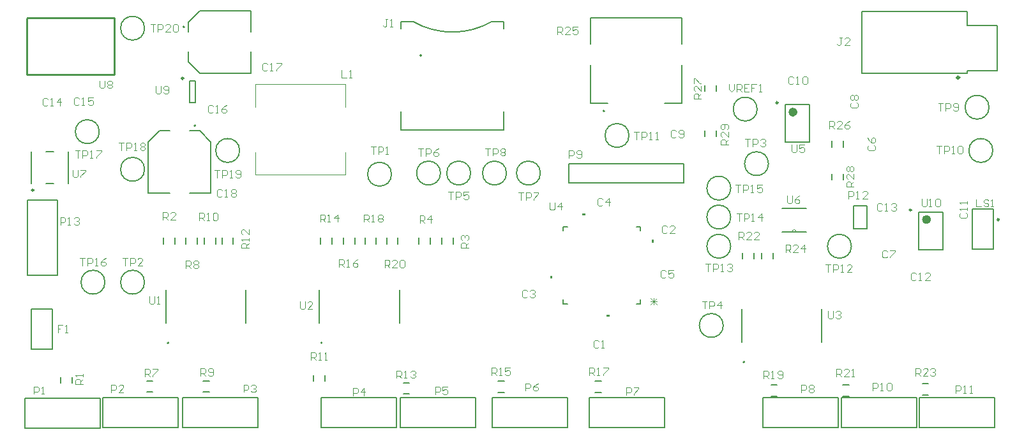
<source format=gbr>
%TF.GenerationSoftware,Altium Limited,Altium Designer,22.7.1 (60)*%
G04 Layer_Color=65535*
%FSLAX43Y43*%
%MOMM*%
%TF.SameCoordinates,1608F762-6F3A-48E5-B14A-7665CB884DB8*%
%TF.FilePolarity,Positive*%
%TF.FileFunction,Legend,Top*%
%TF.Part,Single*%
G01*
G75*
%TA.AperFunction,NonConductor*%
%ADD47C,0.254*%
%ADD48C,0.600*%
%ADD49C,0.250*%
%ADD50C,0.200*%
%ADD51C,0.000*%
%ADD52C,0.340*%
%ADD53C,0.152*%
%ADD54C,0.127*%
%ADD55C,0.100*%
%ADD56C,0.076*%
G36*
X70896Y20209D02*
X70642D01*
Y20590D01*
X70896D01*
Y20209D01*
D02*
G37*
G36*
X74910Y28604D02*
X75290D01*
Y28858D01*
X74910D01*
Y28604D01*
D02*
G37*
G36*
X78109Y15396D02*
X78491D01*
Y15142D01*
X78109D01*
Y15396D01*
D02*
G37*
G36*
X84104Y25010D02*
X84358D01*
Y25390D01*
X84104D01*
Y25010D01*
D02*
G37*
D47*
X1200Y54800D02*
X1300Y54900D01*
X12800Y47350D02*
Y54900D01*
X1200Y47350D02*
Y54800D01*
X12800Y47350D02*
Y54900D01*
X1200Y47350D02*
X12800D01*
X1200D02*
X12800D01*
X1200Y54800D02*
X1300Y54900D01*
X12800D01*
X1300D02*
X12800D01*
X1200Y47350D02*
Y54800D01*
D48*
X120843Y28075D02*
G03*
X120843Y28075I-300J0D01*
G01*
X103134Y42350D02*
G03*
X103134Y42350I-300J0D01*
G01*
D49*
X118543Y29330D02*
G03*
X118543Y29330I-125J0D01*
G01*
X130162Y28054D02*
G03*
X130162Y28054I-125J0D01*
G01*
X100834Y43605D02*
G03*
X100834Y43605I-125J0D01*
G01*
X2125Y31975D02*
G03*
X2125Y31975I-125J0D01*
G01*
X22015Y46850D02*
G03*
X22015Y46850I-125J0D01*
G01*
D50*
X93585Y14000D02*
G03*
X93585Y14000I-1585J0D01*
G01*
X98085Y42750D02*
G03*
X98085Y42750I-1585J0D01*
G01*
X77840Y42500D02*
G03*
X77840Y42500I-100J0D01*
G01*
X53575Y49875D02*
G03*
X53575Y49875I-100J0D01*
G01*
X52449Y54386D02*
G03*
X62901Y54386I5226J9052D01*
G01*
X40394Y11685D02*
G03*
X40394Y11685I-100J0D01*
G01*
X96420Y9130D02*
G03*
X96420Y9130I-100J0D01*
G01*
X16835Y34750D02*
G03*
X16835Y34750I-1585J0D01*
G01*
X128835Y43000D02*
G03*
X128835Y43000I-1585J0D01*
G01*
X23600Y40550D02*
G03*
X23600Y40550I-100J0D01*
G01*
X16835Y53500D02*
G03*
X16835Y53500I-1585J0D01*
G01*
X81085Y39250D02*
G03*
X81085Y39250I-1585J0D01*
G01*
X22130Y53670D02*
G03*
X22130Y53670I-100J0D01*
G01*
X56085Y34250D02*
G03*
X56085Y34250I-1585J0D01*
G01*
X60085D02*
G03*
X60085Y34250I-1585J0D01*
G01*
X64835D02*
G03*
X64835Y34250I-1585J0D01*
G01*
X69335Y34250D02*
G03*
X69335Y34250I-1585J0D01*
G01*
X99585Y35500D02*
G03*
X99585Y35500I-1585J0D01*
G01*
X129335Y37250D02*
G03*
X129335Y37250I-1585J0D01*
G01*
X110585Y24527D02*
G03*
X110585Y24527I-1585J0D01*
G01*
X10835Y39750D02*
G03*
X10835Y39750I-1585J0D01*
G01*
X16835Y19750D02*
G03*
X16835Y19750I-1585J0D01*
G01*
X94585Y32250D02*
G03*
X94585Y32250I-1585J0D01*
G01*
Y28407D02*
G03*
X94585Y28407I-1585J0D01*
G01*
Y24527D02*
G03*
X94585Y24527I-1585J0D01*
G01*
X11585Y19750D02*
G03*
X11585Y19750I-1585J0D01*
G01*
X29450Y37250D02*
G03*
X29450Y37250I-1585J0D01*
G01*
X20055Y11685D02*
G03*
X20055Y11685I-100J0D01*
G01*
X49591Y34099D02*
G03*
X49591Y34099I-1585J0D01*
G01*
X110850Y26850D02*
X112650D01*
Y29920D01*
X110850D02*
X112650D01*
X110850Y26850D02*
Y29920D01*
X119543Y24075D02*
X122743D01*
X119543Y29075D02*
X122743D01*
Y24075D02*
Y29075D01*
X119543Y24075D02*
Y29075D01*
X50875Y53450D02*
Y54400D01*
X64475Y39950D02*
Y42450D01*
X62925Y54400D02*
X64475D01*
Y53450D02*
Y54400D01*
X50875Y39950D02*
X64475D01*
X50875Y54400D02*
X52425D01*
X50875Y39950D02*
Y42450D01*
X97670Y22850D02*
Y23650D01*
X96170Y22850D02*
Y23650D01*
X100210Y22850D02*
Y23650D01*
X98710Y22850D02*
Y23650D01*
X120000Y6275D02*
X120800D01*
X120000Y4775D02*
X120800D01*
X109455Y6084D02*
X110255D01*
X109455Y4584D02*
X110255D01*
X1850Y10850D02*
Y16150D01*
X4650Y10850D02*
Y16150D01*
X1850D02*
X4650D01*
X1850Y10850D02*
X4650D01*
X126587Y24114D02*
Y29454D01*
X129387Y24114D02*
Y29454D01*
X126587Y24114D02*
X129387D01*
X126587Y29454D02*
X129387D01*
X88390Y32980D02*
Y35520D01*
X73150Y32980D02*
Y35520D01*
X88390D01*
X73150Y32980D02*
X88390D01*
X92684Y39100D02*
Y39900D01*
X91184Y39100D02*
Y39900D01*
X101834Y38350D02*
X105034D01*
X101834Y43350D02*
X105034D01*
Y38350D02*
Y43350D01*
X101834Y38350D02*
Y43350D01*
X1800Y32900D02*
Y37100D01*
X6700Y32900D02*
Y37100D01*
X3750Y32900D02*
X4750D01*
X3750Y37100D02*
X4750D01*
X22815Y46525D02*
X23615D01*
X22815Y43625D02*
X23615D01*
X22815D02*
Y46525D01*
X23615Y43625D02*
Y46525D01*
X108002Y33350D02*
Y34150D01*
X109502Y33350D02*
Y34150D01*
X51162Y4885D02*
X51962D01*
X51162Y6385D02*
X51962D01*
X63735Y5092D02*
X64535D01*
X63735Y6592D02*
X64535D01*
X76600Y5092D02*
X77400D01*
X76600Y6592D02*
X77400D01*
X48945Y24854D02*
Y25654D01*
X50445Y24854D02*
Y25654D01*
X46080Y24850D02*
Y25650D01*
X47580Y24850D02*
Y25650D01*
X108002Y37700D02*
Y38500D01*
X109502Y37700D02*
Y38500D01*
X91184Y45100D02*
Y45900D01*
X92684Y45100D02*
Y45900D01*
X57750Y24854D02*
Y25654D01*
X56250Y24854D02*
Y25654D01*
X54750Y24854D02*
Y25654D01*
X53250Y24854D02*
Y25654D01*
X19353Y24854D02*
Y25654D01*
X20853Y24854D02*
Y25654D01*
X22345Y24850D02*
Y25650D01*
X23845Y24850D02*
Y25650D01*
X43230Y24854D02*
Y25654D01*
X44730Y24854D02*
Y25654D01*
X40195Y24854D02*
Y25654D01*
X41695Y24854D02*
Y25654D01*
X27115Y24854D02*
Y25654D01*
X28615Y24854D02*
Y25654D01*
X24750Y24854D02*
Y25654D01*
X26250Y24854D02*
Y25654D01*
X99950Y4584D02*
X100750D01*
X99950Y6084D02*
X100750D01*
X5727Y6331D02*
Y7131D01*
X7227Y6331D02*
Y7131D01*
X17126Y6639D02*
X17926D01*
X17126Y5139D02*
X17926D01*
X24619Y6639D02*
X25419D01*
X24619Y5139D02*
X25419D01*
X39255Y6585D02*
Y7385D01*
X40755Y6585D02*
Y7385D01*
D51*
X103305Y26400D02*
G03*
X102695Y26400I-305J0D01*
G01*
D52*
X124920Y46950D02*
G03*
X124920Y46950I-170J0D01*
G01*
D53*
X82087Y16869D02*
X82631D01*
X82087Y27131D02*
X82631D01*
X72369Y26587D02*
Y27131D01*
Y16869D02*
X72913D01*
X82631D02*
Y17413D01*
Y26587D02*
Y27131D01*
X72369D02*
X72913D01*
X72369Y16869D02*
Y17413D01*
X101400Y29600D02*
X104600D01*
X101400Y26400D02*
X102695D01*
X103305D01*
X104600D01*
D54*
X62945Y413D02*
Y4413D01*
X72945D01*
Y413D02*
Y4413D01*
X62945Y413D02*
X72945D01*
X75800D02*
X85800D01*
Y4413D01*
X75800D02*
X85800D01*
X75800Y413D02*
Y4413D01*
X98819Y413D02*
Y4413D01*
X108819D01*
Y413D02*
Y4413D01*
X98819Y413D02*
X108819D01*
X119587D02*
Y4413D01*
X129587D01*
Y413D02*
Y4413D01*
X119587Y413D02*
X129587D01*
X109231D02*
X119231D01*
Y4413D01*
X109231D02*
X119231D01*
X109231Y413D02*
Y4413D01*
X75990Y51400D02*
Y54850D01*
Y43500D02*
Y48600D01*
Y43500D02*
X78290D01*
X85790D02*
X88090D01*
Y48600D01*
Y51400D02*
Y54850D01*
X75990D02*
X88090D01*
X969Y365D02*
X10969D01*
Y4365D01*
X969D02*
X10969D01*
X969Y365D02*
Y4365D01*
X11296Y413D02*
Y4413D01*
X21296D01*
Y413D02*
Y4413D01*
X11296Y413D02*
X21296D01*
X21865D02*
X31865D01*
Y4413D01*
X21865D02*
X31865D01*
X21865Y413D02*
Y4413D01*
X40275Y413D02*
Y4413D01*
X50275D01*
Y413D02*
Y4413D01*
X40275Y413D02*
X50275D01*
X50753D02*
X60753D01*
Y4413D01*
X50753D02*
X60753D01*
X50753Y413D02*
Y4413D01*
X1300Y20700D02*
Y30700D01*
X5300D01*
Y20700D02*
Y30700D01*
X1300Y20700D02*
X5300D01*
X40039Y14300D02*
Y18700D01*
X50639Y14300D02*
Y18700D01*
X96065Y11745D02*
Y16145D01*
X106665Y11745D02*
Y16145D01*
X111950Y47550D02*
X125950D01*
X111950D02*
Y55750D01*
X125950D01*
Y53850D02*
Y55750D01*
Y53850D02*
X129950D01*
Y47850D02*
Y53850D01*
X125950Y47850D02*
X129950D01*
X125950Y47550D02*
Y47850D01*
X17350Y38400D02*
X18850Y39900D01*
X17350Y31600D02*
Y38400D01*
X25650Y31600D02*
Y38400D01*
X24150Y39900D02*
X25650Y38400D01*
X22820Y39900D02*
X24150D01*
X18850D02*
X20180D01*
X22820Y31600D02*
X25650D01*
X17350D02*
X20180D01*
X30980Y47520D02*
Y50350D01*
Y52990D02*
Y55820D01*
X22680Y49020D02*
Y50350D01*
Y52990D02*
Y54320D01*
X24180Y55820D01*
X30980D01*
X24180Y47520D02*
X30980D01*
X22680Y49020D02*
X24180Y47520D01*
X30300Y14300D02*
Y18700D01*
X19700Y14300D02*
Y18700D01*
D55*
X31500Y43050D02*
Y46050D01*
X43500D01*
Y43050D02*
Y46050D01*
Y34050D02*
Y37050D01*
X31500Y34050D02*
X43500D01*
X31500D02*
Y37050D01*
X70567Y30350D02*
Y29517D01*
X70734Y29350D01*
X71067D01*
X71233Y29517D01*
Y30350D01*
X72066Y29350D02*
Y30350D01*
X71567Y29850D01*
X72233D01*
X110200Y30825D02*
Y31825D01*
X110700D01*
X110867Y31658D01*
Y31325D01*
X110700Y31158D01*
X110200D01*
X111200Y30825D02*
X111533D01*
X111367D01*
Y31825D01*
X111200Y31658D01*
X112700Y30825D02*
X112033D01*
X112700Y31492D01*
Y31658D01*
X112533Y31825D01*
X112200D01*
X112033Y31658D01*
X119900Y30800D02*
Y29967D01*
X120067Y29800D01*
X120400D01*
X120567Y29967D01*
Y30800D01*
X120900Y29800D02*
X121233D01*
X121067D01*
Y30800D01*
X120900Y30633D01*
X121733D02*
X121900Y30800D01*
X122233D01*
X122400Y30633D01*
Y29967D01*
X122233Y29800D01*
X121900D01*
X121733Y29967D01*
Y30633D01*
X77090Y11831D02*
X76924Y11998D01*
X76591D01*
X76424Y11831D01*
Y11165D01*
X76591Y10998D01*
X76924D01*
X77090Y11165D01*
X77424Y10998D02*
X77757D01*
X77590D01*
Y11998D01*
X77424Y11831D01*
X67583Y18541D02*
X67417Y18708D01*
X67084D01*
X66917Y18541D01*
Y17875D01*
X67084Y17708D01*
X67417D01*
X67583Y17875D01*
X67917Y18541D02*
X68083Y18708D01*
X68416D01*
X68583Y18541D01*
Y18375D01*
X68416Y18208D01*
X68250D01*
X68416D01*
X68583Y18041D01*
Y17875D01*
X68416Y17708D01*
X68083D01*
X67917Y17875D01*
X67348Y5317D02*
Y6317D01*
X67848D01*
X68015Y6150D01*
Y5817D01*
X67848Y5650D01*
X67348D01*
X69014Y6317D02*
X68681Y6150D01*
X68348Y5817D01*
Y5484D01*
X68514Y5317D01*
X68848D01*
X69014Y5484D01*
Y5650D01*
X68848Y5817D01*
X68348D01*
X80708Y4755D02*
Y5754D01*
X81207D01*
X81374Y5588D01*
Y5254D01*
X81207Y5088D01*
X80708D01*
X81707Y5754D02*
X82374D01*
Y5588D01*
X81707Y4921D01*
Y4755D01*
X103932Y5134D02*
Y6134D01*
X104432D01*
X104598Y5967D01*
Y5634D01*
X104432Y5467D01*
X103932D01*
X104932Y5967D02*
X105098Y6134D01*
X105431D01*
X105598Y5967D01*
Y5801D01*
X105431Y5634D01*
X105598Y5467D01*
Y5301D01*
X105431Y5134D01*
X105098D01*
X104932Y5301D01*
Y5467D01*
X105098Y5634D01*
X104932Y5801D01*
Y5967D01*
X105098Y5634D02*
X105431D01*
X124414Y5025D02*
Y6025D01*
X124913D01*
X125080Y5858D01*
Y5525D01*
X124913Y5358D01*
X124414D01*
X125413Y5025D02*
X125747D01*
X125580D01*
Y6025D01*
X125413Y5858D01*
X126246Y5025D02*
X126580D01*
X126413D01*
Y6025D01*
X126246Y5858D01*
X113425Y5345D02*
Y6345D01*
X113924D01*
X114091Y6178D01*
Y5845D01*
X113924Y5678D01*
X113425D01*
X114424Y5345D02*
X114758D01*
X114591D01*
Y6345D01*
X114424Y6178D01*
X115257D02*
X115424Y6345D01*
X115757D01*
X115924Y6178D01*
Y5512D01*
X115757Y5345D01*
X115424D01*
X115257Y5512D01*
Y6178D01*
X90767Y17231D02*
X91434D01*
X91100D01*
Y16232D01*
X91767D02*
Y17231D01*
X92267D01*
X92433Y17065D01*
Y16731D01*
X92267Y16565D01*
X91767D01*
X93266Y16232D02*
Y17231D01*
X92766Y16731D01*
X93433D01*
X110592Y43608D02*
X110425Y43442D01*
Y43109D01*
X110592Y42942D01*
X111258D01*
X111425Y43109D01*
Y43442D01*
X111258Y43608D01*
X110592Y43942D02*
X110425Y44108D01*
Y44441D01*
X110592Y44608D01*
X110758D01*
X110925Y44441D01*
X111092Y44608D01*
X111258D01*
X111425Y44441D01*
Y44108D01*
X111258Y43942D01*
X111092D01*
X110925Y44108D01*
X110758Y43942D01*
X110592D01*
X110925Y44108D02*
Y44441D01*
X94359Y46050D02*
Y45383D01*
X94692Y45050D01*
X95025Y45383D01*
Y46050D01*
X95359Y45050D02*
Y46050D01*
X95859D01*
X96025Y45883D01*
Y45550D01*
X95859Y45383D01*
X95359D01*
X95692D02*
X96025Y45050D01*
X97025Y46050D02*
X96358D01*
Y45050D01*
X97025D01*
X96358Y45550D02*
X96692D01*
X98025Y46050D02*
X97358D01*
Y45550D01*
X97691D01*
X97358D01*
Y45050D01*
X98358D02*
X98691D01*
X98524D01*
Y46050D01*
X98358Y45883D01*
X71592Y52650D02*
Y53650D01*
X72092D01*
X72259Y53483D01*
Y53150D01*
X72092Y52983D01*
X71592D01*
X71925D02*
X72259Y52650D01*
X73258D02*
X72592D01*
X73258Y53317D01*
Y53483D01*
X73092Y53650D01*
X72758D01*
X72592Y53483D01*
X74258Y53650D02*
X73591D01*
Y53150D01*
X73925Y53317D01*
X74091D01*
X74258Y53150D01*
Y52817D01*
X74091Y52650D01*
X73758D01*
X73591Y52817D01*
X49100Y54675D02*
X48767D01*
X48933D01*
Y53842D01*
X48767Y53675D01*
X48600D01*
X48434Y53842D01*
X49433Y53675D02*
X49766D01*
X49600D01*
Y54675D01*
X49433Y54508D01*
X5675Y27350D02*
Y28350D01*
X6175D01*
X6342Y28183D01*
Y27850D01*
X6175Y27683D01*
X5675D01*
X6675Y27350D02*
X7008D01*
X6842D01*
Y28350D01*
X6675Y28183D01*
X7508D02*
X7675Y28350D01*
X8008D01*
X8175Y28183D01*
Y28017D01*
X8008Y27850D01*
X7841D01*
X8008D01*
X8175Y27683D01*
Y27517D01*
X8008Y27350D01*
X7675D01*
X7508Y27517D01*
X125117Y28983D02*
X124950Y28817D01*
Y28484D01*
X125117Y28317D01*
X125783D01*
X125950Y28484D01*
Y28817D01*
X125783Y28983D01*
X125950Y29317D02*
Y29650D01*
Y29483D01*
X124950D01*
X125117Y29317D01*
X125950Y30150D02*
Y30483D01*
Y30316D01*
X124950D01*
X125117Y30150D01*
X55381Y4843D02*
Y5843D01*
X55881D01*
X56048Y5676D01*
Y5343D01*
X55881Y5176D01*
X55381D01*
X57048Y5843D02*
X56381D01*
Y5343D01*
X56714Y5510D01*
X56881D01*
X57048Y5343D01*
Y5010D01*
X56881Y4843D01*
X56548D01*
X56381Y5010D01*
X37442Y17225D02*
Y16392D01*
X37609Y16225D01*
X37942D01*
X38108Y16392D01*
Y17225D01*
X39108Y16225D02*
X38442D01*
X39108Y16892D01*
Y17058D01*
X38941Y17225D01*
X38608D01*
X38442Y17058D01*
X86008Y21183D02*
X85842Y21350D01*
X85509D01*
X85342Y21183D01*
Y20517D01*
X85509Y20350D01*
X85842D01*
X86008Y20517D01*
X87008Y21350D02*
X86342D01*
Y20850D01*
X86675Y21017D01*
X86841D01*
X87008Y20850D01*
Y20517D01*
X86841Y20350D01*
X86508D01*
X86342Y20517D01*
X95642Y25400D02*
Y26400D01*
X96142D01*
X96309Y26233D01*
Y25900D01*
X96142Y25733D01*
X95642D01*
X95975D02*
X96309Y25400D01*
X97308D02*
X96642D01*
X97308Y26067D01*
Y26233D01*
X97142Y26400D01*
X96808D01*
X96642Y26233D01*
X98308Y25400D02*
X97641D01*
X98308Y26067D01*
Y26233D01*
X98141Y26400D01*
X97808D01*
X97641Y26233D01*
X101862Y23705D02*
Y24704D01*
X102361D01*
X102528Y24538D01*
Y24204D01*
X102361Y24038D01*
X101862D01*
X102195D02*
X102528Y23705D01*
X103528D02*
X102861D01*
X103528Y24371D01*
Y24538D01*
X103361Y24704D01*
X103028D01*
X102861Y24538D01*
X104361Y23705D02*
Y24704D01*
X103861Y24204D01*
X104527D01*
X107492Y15925D02*
Y15092D01*
X107659Y14925D01*
X107992D01*
X108158Y15092D01*
Y15925D01*
X108492Y15758D02*
X108658Y15925D01*
X108991D01*
X109158Y15758D01*
Y15592D01*
X108991Y15425D01*
X108825D01*
X108991D01*
X109158Y15258D01*
Y15092D01*
X108991Y14925D01*
X108658D01*
X108492Y15092D01*
X17617Y54050D02*
X18284D01*
X17950D01*
Y53050D01*
X18617D02*
Y54050D01*
X19117D01*
X19283Y53883D01*
Y53550D01*
X19117Y53383D01*
X18617D01*
X20283Y53050D02*
X19617D01*
X20283Y53717D01*
Y53883D01*
X20116Y54050D01*
X19783D01*
X19617Y53883D01*
X20616D02*
X20783Y54050D01*
X21116D01*
X21283Y53883D01*
Y53217D01*
X21116Y53050D01*
X20783D01*
X20616Y53217D01*
Y53883D01*
X27142Y31908D02*
X26975Y32075D01*
X26642D01*
X26475Y31908D01*
Y31242D01*
X26642Y31075D01*
X26975D01*
X27142Y31242D01*
X27475Y31075D02*
X27808D01*
X27642D01*
Y32075D01*
X27475Y31908D01*
X28308D02*
X28475Y32075D01*
X28808D01*
X28975Y31908D01*
Y31742D01*
X28808Y31575D01*
X28975Y31408D01*
Y31242D01*
X28808Y31075D01*
X28475D01*
X28308Y31242D01*
Y31408D01*
X28475Y31575D01*
X28308Y31742D01*
Y31908D01*
X28475Y31575D02*
X28808D01*
X33159Y48669D02*
X32992Y48836D01*
X32659D01*
X32492Y48669D01*
Y48003D01*
X32659Y47836D01*
X32992D01*
X33159Y48003D01*
X33492Y47836D02*
X33825D01*
X33659D01*
Y48836D01*
X33492Y48669D01*
X34325Y48836D02*
X34991D01*
Y48669D01*
X34325Y48003D01*
Y47836D01*
X43009Y47925D02*
Y46925D01*
X43675D01*
X44008D02*
X44341D01*
X44175D01*
Y47925D01*
X44008Y47758D01*
X17509Y17901D02*
Y17068D01*
X17675Y16901D01*
X18008D01*
X18175Y17068D01*
Y17901D01*
X18508Y16901D02*
X18841D01*
X18675D01*
Y17901D01*
X18508Y17734D01*
X18342Y45800D02*
Y44967D01*
X18509Y44800D01*
X18842D01*
X19008Y44967D01*
Y45800D01*
X19342Y44967D02*
X19508Y44800D01*
X19841D01*
X20008Y44967D01*
Y45633D01*
X19841Y45800D01*
X19508D01*
X19342Y45633D01*
Y45467D01*
X19508Y45300D01*
X20008D01*
X10917Y46525D02*
Y45692D01*
X11084Y45525D01*
X11417D01*
X11583Y45692D01*
Y46525D01*
X11917Y46358D02*
X12083Y46525D01*
X12416D01*
X12583Y46358D01*
Y46192D01*
X12416Y46025D01*
X12583Y45858D01*
Y45692D01*
X12416Y45525D01*
X12083D01*
X11917Y45692D01*
Y45858D01*
X12083Y46025D01*
X11917Y46192D01*
Y46358D01*
X12083Y46025D02*
X12416D01*
X7342Y34675D02*
Y33842D01*
X7509Y33675D01*
X7842D01*
X8008Y33842D01*
Y34675D01*
X8342D02*
X9008D01*
Y34508D01*
X8342Y33842D01*
Y33675D01*
X102049Y31245D02*
Y30411D01*
X102216Y30245D01*
X102549D01*
X102715Y30411D01*
Y31245D01*
X103715D02*
X103382Y31078D01*
X103049Y30745D01*
Y30411D01*
X103215Y30245D01*
X103549D01*
X103715Y30411D01*
Y30578D01*
X103549Y30745D01*
X103049D01*
X102642Y38025D02*
Y37192D01*
X102809Y37025D01*
X103142D01*
X103308Y37192D01*
Y38025D01*
X104308D02*
X103642D01*
Y37525D01*
X103975Y37692D01*
X104141D01*
X104308Y37525D01*
Y37192D01*
X104141Y37025D01*
X103808D01*
X103642Y37192D01*
X122092Y43550D02*
X122759D01*
X122425D01*
Y42550D01*
X123092D02*
Y43550D01*
X123592D01*
X123758Y43383D01*
Y43050D01*
X123592Y42883D01*
X123092D01*
X124091Y42717D02*
X124258Y42550D01*
X124591D01*
X124758Y42717D01*
Y43383D01*
X124591Y43550D01*
X124258D01*
X124091Y43383D01*
Y43217D01*
X124258Y43050D01*
X124758D01*
X26116Y34599D02*
X26782D01*
X26449D01*
Y33599D01*
X27115D02*
Y34599D01*
X27615D01*
X27782Y34432D01*
Y34099D01*
X27615Y33932D01*
X27115D01*
X28115Y33599D02*
X28448D01*
X28282D01*
Y34599D01*
X28115Y34432D01*
X28948Y33766D02*
X29115Y33599D01*
X29448D01*
X29614Y33766D01*
Y34432D01*
X29448Y34599D01*
X29115D01*
X28948Y34432D01*
Y34266D01*
X29115Y34099D01*
X29614D01*
X13426Y38300D02*
X14092D01*
X13759D01*
Y37300D01*
X14425D02*
Y38300D01*
X14925D01*
X15092Y38133D01*
Y37800D01*
X14925Y37633D01*
X14425D01*
X15425Y37300D02*
X15758D01*
X15592D01*
Y38300D01*
X15425Y38133D01*
X16258D02*
X16425Y38300D01*
X16758D01*
X16924Y38133D01*
Y37967D01*
X16758Y37800D01*
X16924Y37633D01*
Y37467D01*
X16758Y37300D01*
X16425D01*
X16258Y37467D01*
Y37633D01*
X16425Y37800D01*
X16258Y37967D01*
Y38133D01*
X16425Y37800D02*
X16758D01*
X7626Y37250D02*
X8292D01*
X7959D01*
Y36250D01*
X8625D02*
Y37250D01*
X9125D01*
X9292Y37083D01*
Y36750D01*
X9125Y36583D01*
X8625D01*
X9625Y36250D02*
X9958D01*
X9792D01*
Y37250D01*
X9625Y37083D01*
X10458Y37250D02*
X11124D01*
Y37083D01*
X10458Y36417D01*
Y36250D01*
X8251Y22979D02*
X8917D01*
X8584D01*
Y21979D01*
X9250D02*
Y22979D01*
X9750D01*
X9917Y22812D01*
Y22479D01*
X9750Y22312D01*
X9250D01*
X10250Y21979D02*
X10583D01*
X10417D01*
Y22979D01*
X10250Y22812D01*
X11749Y22979D02*
X11416Y22812D01*
X11083Y22479D01*
Y22146D01*
X11250Y21979D01*
X11583D01*
X11749Y22146D01*
Y22312D01*
X11583Y22479D01*
X11083D01*
X95226Y32700D02*
X95892D01*
X95559D01*
Y31700D01*
X96225D02*
Y32700D01*
X96725D01*
X96892Y32533D01*
Y32200D01*
X96725Y32033D01*
X96225D01*
X97225Y31700D02*
X97558D01*
X97392D01*
Y32700D01*
X97225Y32533D01*
X98724Y32700D02*
X98058D01*
Y32200D01*
X98391Y32367D01*
X98558D01*
X98724Y32200D01*
Y31867D01*
X98558Y31700D01*
X98225D01*
X98058Y31867D01*
X95351Y28875D02*
X96017D01*
X95684D01*
Y27875D01*
X96350D02*
Y28875D01*
X96850D01*
X97017Y28708D01*
Y28375D01*
X96850Y28208D01*
X96350D01*
X97350Y27875D02*
X97683D01*
X97517D01*
Y28875D01*
X97350Y28708D01*
X98683Y27875D02*
Y28875D01*
X98183Y28375D01*
X98849D01*
X91251Y22205D02*
X91917D01*
X91584D01*
Y21205D01*
X92250D02*
Y22205D01*
X92750D01*
X92917Y22038D01*
Y21705D01*
X92750Y21538D01*
X92250D01*
X93250Y21205D02*
X93583D01*
X93417D01*
Y22205D01*
X93250Y22038D01*
X94083D02*
X94250Y22205D01*
X94583D01*
X94749Y22038D01*
Y21872D01*
X94583Y21705D01*
X94416D01*
X94583D01*
X94749Y21538D01*
Y21372D01*
X94583Y21205D01*
X94250D01*
X94083Y21372D01*
X107151Y22075D02*
X107817D01*
X107484D01*
Y21075D01*
X108150D02*
Y22075D01*
X108650D01*
X108817Y21908D01*
Y21575D01*
X108650Y21408D01*
X108150D01*
X109150Y21075D02*
X109483D01*
X109317D01*
Y22075D01*
X109150Y21908D01*
X110649Y21075D02*
X109983D01*
X110649Y21742D01*
Y21908D01*
X110483Y22075D01*
X110150D01*
X109983Y21908D01*
X81767Y39700D02*
X82434D01*
X82100D01*
Y38700D01*
X82767D02*
Y39700D01*
X83267D01*
X83433Y39533D01*
Y39200D01*
X83267Y39033D01*
X82767D01*
X83767Y38700D02*
X84100D01*
X83933D01*
Y39700D01*
X83767Y39533D01*
X84600Y38700D02*
X84933D01*
X84766D01*
Y39700D01*
X84600Y39533D01*
X121876Y37825D02*
X122542D01*
X122209D01*
Y36825D01*
X122875D02*
Y37825D01*
X123375D01*
X123542Y37658D01*
Y37325D01*
X123375Y37158D01*
X122875D01*
X123875Y36825D02*
X124208D01*
X124042D01*
Y37825D01*
X123875Y37658D01*
X124708D02*
X124875Y37825D01*
X125208D01*
X125374Y37658D01*
Y36992D01*
X125208Y36825D01*
X124875D01*
X124708Y36992D01*
Y37658D01*
X62017Y37550D02*
X62684D01*
X62350D01*
Y36550D01*
X63017D02*
Y37550D01*
X63517D01*
X63683Y37383D01*
Y37050D01*
X63517Y36883D01*
X63017D01*
X64016Y37383D02*
X64183Y37550D01*
X64516D01*
X64683Y37383D01*
Y37217D01*
X64516Y37050D01*
X64683Y36883D01*
Y36717D01*
X64516Y36550D01*
X64183D01*
X64016Y36717D01*
Y36883D01*
X64183Y37050D01*
X64016Y37217D01*
Y37383D01*
X64183Y37050D02*
X64516D01*
X66417Y31650D02*
X67084D01*
X66750D01*
Y30650D01*
X67417D02*
Y31650D01*
X67917D01*
X68083Y31483D01*
Y31150D01*
X67917Y30983D01*
X67417D01*
X68416Y31650D02*
X69083D01*
Y31483D01*
X68416Y30817D01*
Y30650D01*
X53167Y37525D02*
X53834D01*
X53500D01*
Y36525D01*
X54167D02*
Y37525D01*
X54667D01*
X54833Y37358D01*
Y37025D01*
X54667Y36858D01*
X54167D01*
X55833Y37525D02*
X55500Y37358D01*
X55166Y37025D01*
Y36692D01*
X55333Y36525D01*
X55666D01*
X55833Y36692D01*
Y36858D01*
X55666Y37025D01*
X55166D01*
X57117Y31750D02*
X57784D01*
X57450D01*
Y30750D01*
X58117D02*
Y31750D01*
X58617D01*
X58783Y31583D01*
Y31250D01*
X58617Y31083D01*
X58117D01*
X59783Y31750D02*
X59116D01*
Y31250D01*
X59450Y31417D01*
X59616D01*
X59783Y31250D01*
Y30917D01*
X59616Y30750D01*
X59283D01*
X59116Y30917D01*
X96492Y38800D02*
X97159D01*
X96825D01*
Y37800D01*
X97492D02*
Y38800D01*
X97992D01*
X98158Y38633D01*
Y38300D01*
X97992Y38133D01*
X97492D01*
X98491Y38633D02*
X98658Y38800D01*
X98991D01*
X99158Y38633D01*
Y38467D01*
X98991Y38300D01*
X98825D01*
X98991D01*
X99158Y38133D01*
Y37967D01*
X98991Y37800D01*
X98658D01*
X98491Y37967D01*
X13917Y22979D02*
X14584D01*
X14250D01*
Y21979D01*
X14917D02*
Y22979D01*
X15417D01*
X15583Y22812D01*
Y22479D01*
X15417Y22312D01*
X14917D01*
X16583Y21979D02*
X15916D01*
X16583Y22646D01*
Y22812D01*
X16416Y22979D01*
X16083D01*
X15916Y22812D01*
X46840Y37750D02*
X47506D01*
X47173D01*
Y36750D01*
X47839D02*
Y37750D01*
X48339D01*
X48506Y37583D01*
Y37250D01*
X48339Y37083D01*
X47839D01*
X48839Y36750D02*
X49172D01*
X49006D01*
Y37750D01*
X48839Y37583D01*
X94300Y38042D02*
X93300D01*
Y38542D01*
X93467Y38709D01*
X93800D01*
X93967Y38542D01*
Y38042D01*
Y38375D02*
X94300Y38709D01*
Y39708D02*
Y39042D01*
X93633Y39708D01*
X93467D01*
X93300Y39542D01*
Y39208D01*
X93467Y39042D01*
X94133Y40041D02*
X94300Y40208D01*
Y40541D01*
X94133Y40708D01*
X93467D01*
X93300Y40541D01*
Y40208D01*
X93467Y40041D01*
X93633D01*
X93800Y40208D01*
Y40708D01*
X110900Y32467D02*
X109900D01*
Y32967D01*
X110067Y33134D01*
X110400D01*
X110567Y32967D01*
Y32467D01*
Y32800D02*
X110900Y33134D01*
Y34133D02*
Y33467D01*
X110233Y34133D01*
X110067D01*
X109900Y33967D01*
Y33633D01*
X110067Y33467D01*
Y34466D02*
X109900Y34633D01*
Y34966D01*
X110067Y35133D01*
X110233D01*
X110400Y34966D01*
X110567Y35133D01*
X110733D01*
X110900Y34966D01*
Y34633D01*
X110733Y34466D01*
X110567D01*
X110400Y34633D01*
X110233Y34466D01*
X110067D01*
X110400Y34633D02*
Y34966D01*
X90670Y44142D02*
X89670D01*
Y44642D01*
X89837Y44809D01*
X90170D01*
X90337Y44642D01*
Y44142D01*
Y44475D02*
X90670Y44809D01*
Y45808D02*
Y45142D01*
X90003Y45808D01*
X89837D01*
X89670Y45642D01*
Y45308D01*
X89837Y45142D01*
X89670Y46141D02*
Y46808D01*
X89837D01*
X90503Y46141D01*
X90670D01*
X107667Y40150D02*
Y41150D01*
X108167D01*
X108334Y40983D01*
Y40650D01*
X108167Y40483D01*
X107667D01*
X108000D02*
X108334Y40150D01*
X109333D02*
X108667D01*
X109333Y40817D01*
Y40983D01*
X109167Y41150D01*
X108833D01*
X108667Y40983D01*
X110333Y41150D02*
X110000Y40983D01*
X109666Y40650D01*
Y40317D01*
X109833Y40150D01*
X110166D01*
X110333Y40317D01*
Y40483D01*
X110166Y40650D01*
X109666D01*
X53342Y27600D02*
Y28600D01*
X53842D01*
X54008Y28433D01*
Y28100D01*
X53842Y27933D01*
X53342D01*
X53675D02*
X54008Y27600D01*
X54841D02*
Y28600D01*
X54342Y28100D01*
X55008D01*
X119067Y7275D02*
Y8275D01*
X119567D01*
X119734Y8108D01*
Y7775D01*
X119567Y7608D01*
X119067D01*
X119400D02*
X119734Y7275D01*
X120733D02*
X120067D01*
X120733Y7942D01*
Y8108D01*
X120567Y8275D01*
X120233D01*
X120067Y8108D01*
X121066D02*
X121233Y8275D01*
X121566D01*
X121733Y8108D01*
Y7942D01*
X121566Y7775D01*
X121400D01*
X121566D01*
X121733Y7608D01*
Y7442D01*
X121566Y7275D01*
X121233D01*
X121066Y7442D01*
X108587Y7237D02*
Y8237D01*
X109087D01*
X109253Y8070D01*
Y7737D01*
X109087Y7570D01*
X108587D01*
X108920D02*
X109253Y7237D01*
X110253D02*
X109587D01*
X110253Y7904D01*
Y8070D01*
X110086Y8237D01*
X109753D01*
X109587Y8070D01*
X110586Y7237D02*
X110920D01*
X110753D01*
Y8237D01*
X110586Y8070D01*
X48692Y21725D02*
Y22725D01*
X49192D01*
X49359Y22558D01*
Y22225D01*
X49192Y22058D01*
X48692D01*
X49025D02*
X49359Y21725D01*
X50358D02*
X49692D01*
X50358Y22392D01*
Y22558D01*
X50192Y22725D01*
X49858D01*
X49692Y22558D01*
X50691D02*
X50858Y22725D01*
X51191D01*
X51358Y22558D01*
Y21892D01*
X51191Y21725D01*
X50858D01*
X50691Y21892D01*
Y22558D01*
X98970Y6993D02*
Y7993D01*
X99469D01*
X99636Y7826D01*
Y7493D01*
X99469Y7326D01*
X98970D01*
X99303D02*
X99636Y6993D01*
X99969D02*
X100302D01*
X100136D01*
Y7993D01*
X99969Y7826D01*
X100802Y7160D02*
X100969Y6993D01*
X101302D01*
X101469Y7160D01*
Y7826D01*
X101302Y7993D01*
X100969D01*
X100802Y7826D01*
Y7660D01*
X100969Y7493D01*
X101469D01*
X45945Y27746D02*
Y28746D01*
X46445D01*
X46612Y28579D01*
Y28246D01*
X46445Y28079D01*
X45945D01*
X46279D02*
X46612Y27746D01*
X46945D02*
X47278D01*
X47112D01*
Y28746D01*
X46945Y28579D01*
X47778D02*
X47945Y28746D01*
X48278D01*
X48445Y28579D01*
Y28413D01*
X48278Y28246D01*
X48445Y28079D01*
Y27913D01*
X48278Y27746D01*
X47945D01*
X47778Y27913D01*
Y28079D01*
X47945Y28246D01*
X47778Y28413D01*
Y28579D01*
X47945Y28246D02*
X48278D01*
X75841Y7374D02*
Y8374D01*
X76341D01*
X76507Y8207D01*
Y7874D01*
X76341Y7707D01*
X75841D01*
X76174D02*
X76507Y7374D01*
X76840D02*
X77174D01*
X77007D01*
Y8374D01*
X76840Y8207D01*
X77674Y8374D02*
X78340D01*
Y8207D01*
X77674Y7541D01*
Y7374D01*
X42625Y21750D02*
Y22750D01*
X43125D01*
X43292Y22583D01*
Y22250D01*
X43125Y22083D01*
X42625D01*
X42959D02*
X43292Y21750D01*
X43625D02*
X43958D01*
X43792D01*
Y22750D01*
X43625Y22583D01*
X45125Y22750D02*
X44791Y22583D01*
X44458Y22250D01*
Y21917D01*
X44625Y21750D01*
X44958D01*
X45125Y21917D01*
Y22083D01*
X44958Y22250D01*
X44458D01*
X62844Y7374D02*
Y8374D01*
X63344D01*
X63511Y8207D01*
Y7874D01*
X63344Y7707D01*
X62844D01*
X63178D02*
X63511Y7374D01*
X63844D02*
X64177D01*
X64011D01*
Y8374D01*
X63844Y8207D01*
X65344Y8374D02*
X64677D01*
Y7874D01*
X65010Y8041D01*
X65177D01*
X65344Y7874D01*
Y7541D01*
X65177Y7374D01*
X64844D01*
X64677Y7541D01*
X40140Y27754D02*
Y28754D01*
X40640D01*
X40807Y28587D01*
Y28254D01*
X40640Y28087D01*
X40140D01*
X40474D02*
X40807Y27754D01*
X41140D02*
X41473D01*
X41307D01*
Y28754D01*
X41140Y28587D01*
X42473Y27754D02*
Y28754D01*
X41973Y28254D01*
X42640D01*
X50250Y7000D02*
Y8000D01*
X50750D01*
X50917Y7833D01*
Y7500D01*
X50750Y7333D01*
X50250D01*
X50584D02*
X50917Y7000D01*
X51250D02*
X51583D01*
X51417D01*
Y8000D01*
X51250Y7833D01*
X52083D02*
X52250Y8000D01*
X52583D01*
X52750Y7833D01*
Y7667D01*
X52583Y7500D01*
X52416D01*
X52583D01*
X52750Y7333D01*
Y7167D01*
X52583Y7000D01*
X52250D01*
X52083Y7167D01*
X30675Y24275D02*
X29675D01*
Y24775D01*
X29842Y24942D01*
X30175D01*
X30342Y24775D01*
Y24275D01*
Y24609D02*
X30675Y24942D01*
Y25275D02*
Y25608D01*
Y25442D01*
X29675D01*
X29842Y25275D01*
X30675Y26775D02*
Y26108D01*
X30008Y26775D01*
X29842D01*
X29675Y26608D01*
Y26275D01*
X29842Y26108D01*
X38892Y9425D02*
Y10425D01*
X39392D01*
X39558Y10258D01*
Y9925D01*
X39392Y9758D01*
X38892D01*
X39225D02*
X39558Y9425D01*
X39892D02*
X40225D01*
X40058D01*
Y10425D01*
X39892Y10258D01*
X40725Y9425D02*
X41058D01*
X40891D01*
Y10425D01*
X40725Y10258D01*
X24075Y27975D02*
Y28975D01*
X24575D01*
X24742Y28808D01*
Y28475D01*
X24575Y28308D01*
X24075D01*
X24409D02*
X24742Y27975D01*
X25075D02*
X25408D01*
X25242D01*
Y28975D01*
X25075Y28808D01*
X25908D02*
X26075Y28975D01*
X26408D01*
X26575Y28808D01*
Y28142D01*
X26408Y27975D01*
X26075D01*
X25908Y28142D01*
Y28808D01*
X24291Y7304D02*
Y8303D01*
X24791D01*
X24958Y8137D01*
Y7804D01*
X24791Y7637D01*
X24291D01*
X24624D02*
X24958Y7304D01*
X25291Y7470D02*
X25457Y7304D01*
X25791D01*
X25957Y7470D01*
Y8137D01*
X25791Y8303D01*
X25457D01*
X25291Y8137D01*
Y7970D01*
X25457Y7804D01*
X25957D01*
X22317Y21625D02*
Y22625D01*
X22817D01*
X22983Y22458D01*
Y22125D01*
X22817Y21958D01*
X22317D01*
X22650D02*
X22983Y21625D01*
X23317Y22458D02*
X23483Y22625D01*
X23816D01*
X23983Y22458D01*
Y22292D01*
X23816Y22125D01*
X23983Y21958D01*
Y21792D01*
X23816Y21625D01*
X23483D01*
X23317Y21792D01*
Y21958D01*
X23483Y22125D01*
X23317Y22292D01*
Y22458D01*
X23483Y22125D02*
X23816D01*
X16917Y7225D02*
Y8225D01*
X17417D01*
X17583Y8058D01*
Y7725D01*
X17417Y7558D01*
X16917D01*
X17250D02*
X17583Y7225D01*
X17917Y8225D02*
X18583D01*
Y8058D01*
X17917Y7392D01*
Y7225D01*
X59775Y24317D02*
X58775D01*
Y24817D01*
X58942Y24983D01*
X59275D01*
X59442Y24817D01*
Y24317D01*
Y24650D02*
X59775Y24983D01*
X58942Y25317D02*
X58775Y25483D01*
Y25816D01*
X58942Y25983D01*
X59108D01*
X59275Y25816D01*
Y25650D01*
Y25816D01*
X59442Y25983D01*
X59608D01*
X59775Y25816D01*
Y25483D01*
X59608Y25317D01*
X19292Y28075D02*
Y29075D01*
X19792D01*
X19958Y28908D01*
Y28575D01*
X19792Y28408D01*
X19292D01*
X19625D02*
X19958Y28075D01*
X20958D02*
X20292D01*
X20958Y28742D01*
Y28908D01*
X20791Y29075D01*
X20458D01*
X20292Y28908D01*
X8700Y6234D02*
X7700D01*
Y6733D01*
X7867Y6900D01*
X8200D01*
X8367Y6733D01*
Y6234D01*
Y6567D02*
X8700Y6900D01*
Y7233D02*
Y7566D01*
Y7400D01*
X7700D01*
X7867Y7233D01*
X73139Y36233D02*
Y37232D01*
X73639D01*
X73805Y37066D01*
Y36732D01*
X73639Y36566D01*
X73139D01*
X74138Y36399D02*
X74305Y36233D01*
X74638D01*
X74805Y36399D01*
Y37066D01*
X74638Y37232D01*
X74305D01*
X74138Y37066D01*
Y36899D01*
X74305Y36732D01*
X74805D01*
X44467Y4700D02*
Y5700D01*
X44967D01*
X45133Y5533D01*
Y5200D01*
X44967Y5033D01*
X44467D01*
X45966Y4700D02*
Y5700D01*
X45467Y5200D01*
X46133D01*
X29978Y5135D02*
Y6135D01*
X30478D01*
X30644Y5968D01*
Y5635D01*
X30478Y5468D01*
X29978D01*
X30978Y5968D02*
X31144Y6135D01*
X31477D01*
X31644Y5968D01*
Y5802D01*
X31477Y5635D01*
X31311D01*
X31477D01*
X31644Y5468D01*
Y5302D01*
X31477Y5135D01*
X31144D01*
X30978Y5302D01*
X12387Y5117D02*
Y6116D01*
X12887D01*
X13053Y5950D01*
Y5616D01*
X12887Y5450D01*
X12387D01*
X14053Y5117D02*
X13387D01*
X14053Y5783D01*
Y5950D01*
X13886Y6116D01*
X13553D01*
X13387Y5950D01*
X2175Y4881D02*
Y5881D01*
X2675D01*
X2841Y5714D01*
Y5381D01*
X2675Y5214D01*
X2175D01*
X3174Y4881D02*
X3508D01*
X3341D01*
Y5881D01*
X3174Y5714D01*
X127109Y30775D02*
Y29775D01*
X127775D01*
X128775Y30608D02*
X128608Y30775D01*
X128275D01*
X128108Y30608D01*
Y30442D01*
X128275Y30275D01*
X128608D01*
X128775Y30108D01*
Y29942D01*
X128608Y29775D01*
X128275D01*
X128108Y29942D01*
X129108Y29775D02*
X129441D01*
X129275D01*
Y30775D01*
X129108Y30608D01*
X109333Y52250D02*
X109000D01*
X109167D01*
Y51417D01*
X109000Y51250D01*
X108834D01*
X108667Y51417D01*
X110333Y51250D02*
X109667D01*
X110333Y51917D01*
Y52083D01*
X110166Y52250D01*
X109833D01*
X109667Y52083D01*
X6000Y14050D02*
X5334D01*
Y13550D01*
X5667D01*
X5334D01*
Y13050D01*
X6333D02*
X6666D01*
X6500D01*
Y14050D01*
X6333Y13883D01*
X25917Y43083D02*
X25750Y43250D01*
X25417D01*
X25250Y43083D01*
Y42417D01*
X25417Y42250D01*
X25750D01*
X25917Y42417D01*
X26250Y42250D02*
X26583D01*
X26417D01*
Y43250D01*
X26250Y43083D01*
X27750Y43250D02*
X27416Y43083D01*
X27083Y42750D01*
Y42417D01*
X27250Y42250D01*
X27583D01*
X27750Y42417D01*
Y42583D01*
X27583Y42750D01*
X27083D01*
X8167Y44133D02*
X8000Y44300D01*
X7667D01*
X7500Y44133D01*
Y43467D01*
X7667Y43300D01*
X8000D01*
X8167Y43467D01*
X8500Y43300D02*
X8833D01*
X8667D01*
Y44300D01*
X8500Y44133D01*
X10000Y44300D02*
X9333D01*
Y43800D01*
X9666Y43967D01*
X9833D01*
X10000Y43800D01*
Y43467D01*
X9833Y43300D01*
X9500D01*
X9333Y43467D01*
X4002Y44003D02*
X3835Y44170D01*
X3502D01*
X3336Y44003D01*
Y43337D01*
X3502Y43170D01*
X3835D01*
X4002Y43337D01*
X4335Y43170D02*
X4669D01*
X4502D01*
Y44170D01*
X4335Y44003D01*
X5668Y43170D02*
Y44170D01*
X5168Y43670D01*
X5835D01*
X114667Y30083D02*
X114500Y30250D01*
X114167D01*
X114000Y30083D01*
Y29417D01*
X114167Y29250D01*
X114500D01*
X114667Y29417D01*
X115000Y29250D02*
X115333D01*
X115167D01*
Y30250D01*
X115000Y30083D01*
X115833D02*
X116000Y30250D01*
X116333D01*
X116500Y30083D01*
Y29917D01*
X116333Y29750D01*
X116166D01*
X116333D01*
X116500Y29583D01*
Y29417D01*
X116333Y29250D01*
X116000D01*
X115833Y29417D01*
X119167Y20833D02*
X119000Y21000D01*
X118667D01*
X118500Y20833D01*
Y20167D01*
X118667Y20000D01*
X119000D01*
X119167Y20167D01*
X119500Y20000D02*
X119833D01*
X119667D01*
Y21000D01*
X119500Y20833D01*
X121000Y20000D02*
X120333D01*
X121000Y20667D01*
Y20833D01*
X120833Y21000D01*
X120500D01*
X120333Y20833D01*
X102942Y46883D02*
X102775Y47050D01*
X102442D01*
X102275Y46883D01*
Y46217D01*
X102442Y46050D01*
X102775D01*
X102942Y46217D01*
X103275Y46050D02*
X103608D01*
X103442D01*
Y47050D01*
X103275Y46883D01*
X104108D02*
X104275Y47050D01*
X104608D01*
X104775Y46883D01*
Y46217D01*
X104608Y46050D01*
X104275D01*
X104108Y46217D01*
Y46883D01*
X87308Y39808D02*
X87142Y39975D01*
X86809D01*
X86642Y39808D01*
Y39142D01*
X86809Y38975D01*
X87142D01*
X87308Y39142D01*
X87642D02*
X87808Y38975D01*
X88141D01*
X88308Y39142D01*
Y39808D01*
X88141Y39975D01*
X87808D01*
X87642Y39808D01*
Y39642D01*
X87808Y39475D01*
X88308D01*
X115333Y23833D02*
X115167Y24000D01*
X114834D01*
X114667Y23833D01*
Y23167D01*
X114834Y23000D01*
X115167D01*
X115333Y23167D01*
X115667Y24000D02*
X116333D01*
Y23833D01*
X115667Y23167D01*
Y23000D01*
X112917Y37933D02*
X112750Y37767D01*
Y37434D01*
X112917Y37267D01*
X113583D01*
X113750Y37434D01*
Y37767D01*
X113583Y37933D01*
X112750Y38933D02*
X112917Y38600D01*
X113250Y38267D01*
X113583D01*
X113750Y38433D01*
Y38766D01*
X113583Y38933D01*
X113417D01*
X113250Y38766D01*
Y38267D01*
X77583Y30758D02*
X77417Y30925D01*
X77084D01*
X76917Y30758D01*
Y30092D01*
X77084Y29925D01*
X77417D01*
X77583Y30092D01*
X78416Y29925D02*
Y30925D01*
X77917Y30425D01*
X78583D01*
X86158Y27108D02*
X85992Y27275D01*
X85659D01*
X85492Y27108D01*
Y26442D01*
X85659Y26275D01*
X85992D01*
X86158Y26442D01*
X87158Y26275D02*
X86492D01*
X87158Y26942D01*
Y27108D01*
X86991Y27275D01*
X86658D01*
X86492Y27108D01*
D56*
X84802Y16796D02*
X83956Y17642D01*
X84802D02*
X83956Y16796D01*
X84802Y17219D02*
X83956D01*
X84379Y17642D02*
Y16796D01*
%TF.MD5,b6aab805852750f83c479d6ea5e64ae3*%
M02*

</source>
